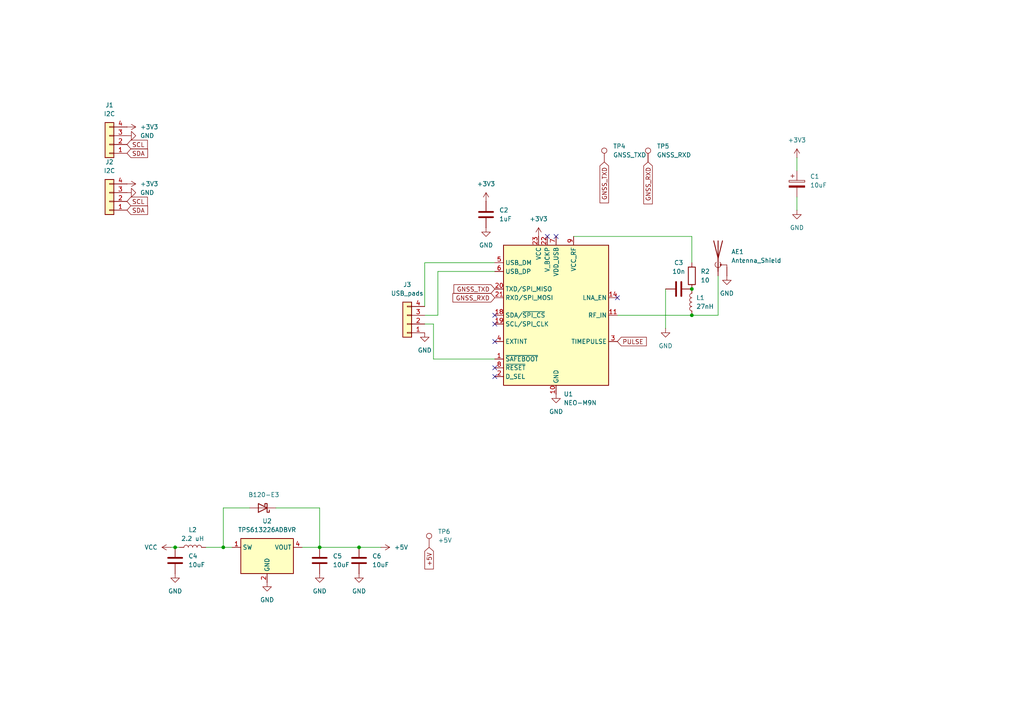
<source format=kicad_sch>
(kicad_sch (version 20231120) (generator "eeschema") (generator_version "8.0")
  (paper "A4")
  (lib_symbols
    (symbol "Connector:TestPoint" (pin_numbers hide) (pin_names (offset 0.762) hide)
      (property "Reference" "TP" (at 0 6.858 0))
      (property "Value" "TestPoint" (at 0 5.08 0))
      (symbol "TestPoint_0_1"
        (circle (center 0 3.302) (radius 0.762))
      )
      (symbol "TestPoint_1_1"
        (pin passive line (at 0 0 90) (length 2.54) (name "1") (number "1"))
      )
    )
    (symbol "Connector_Generic:Conn_01x04" (pin_names (offset 1.016) hide)
      (property "Reference" "J" (at 0 5.08 0))
      (property "Value" "Conn_01x04" (at 0 -7.62 0))
      (symbol "Conn_01x04_1_1"
        (rectangle (start -1.27 -4.953) (end 0 -5.207) (stroke (width 0.1524)))
        (rectangle (start -1.27 -2.413) (end 0 -2.667) (stroke (width 0.1524)))
        (rectangle (start -1.27 0.127) (end 0 -0.127) (stroke (width 0.1524)))
        (rectangle (start -1.27 2.667) (end 0 2.413) (stroke (width 0.1524)))
        (rectangle (start -1.27 3.81) (end 1.27 -6.35) (stroke (width 0.254)) (fill (type background)))
        (pin passive line (at -5.08 2.54 0) (length 3.81) (name "Pin_1") (number "1"))
        (pin passive line (at -5.08 0 0) (length 3.81) (name "Pin_2") (number "2"))
        (pin passive line (at -5.08 -2.54 0) (length 3.81) (name "Pin_3") (number "3"))
        (pin passive line (at -5.08 -5.08 0) (length 3.81) (name "Pin_4") (number "4"))
      )
    )
    (symbol "Device:Antenna_Shield" (pin_numbers hide) (pin_names (offset 1.016) hide)
      (property "Reference" "AE" (at -1.905 4.445 0))
      (property "Value" "Antenna_Shield" (at -1.905 2.54 0))
      (symbol "Antenna_Shield_0_1"
        (arc (start -0.508 -1.143) (mid -0.8429 -2.1194) (end 0 -2.667))
        (arc (start 0 -2.667) (mid 0.7989 -2.1052) (end 0.508 -1.143))
        (polyline (pts (xy 0 -2.54) (xy 0 0)))
        (polyline (pts (xy 0 5.08) (xy 0 -3.81)) (stroke (width 0.254)))
        (polyline (pts (xy 0.762 -1.905) (xy 2.54 -1.905)))
        (polyline (pts (xy 2.54 -2.54) (xy 2.54 -1.905)))
        (polyline (pts (xy 1.27 5.08) (xy 0 0) (xy -1.27 5.08)) (stroke (width 0.254)))
        (circle (center 0.762 -1.905) (radius 0.1778) (fill (type outline)))
      )
      (symbol "Antenna_Shield_1_1"
        (pin input line (at 0 -5.08 90) (length 2.54) (name "A") (number "1"))
        (pin input line (at 2.54 -5.08 90) (length 2.54) (name "Shield") (number "2"))
      )
    )
    (symbol "Device:C" (pin_numbers hide) (pin_names (offset 0.254))
      (property "Reference" "C" (at 0.635 2.54 0))
      (property "Value" "C" (at 0.635 -2.54 0))
      (symbol "C_0_1"
        (polyline (pts (xy -2.032 -0.762) (xy 2.032 -0.762)) (stroke (width 0.508)))
        (polyline (pts (xy -2.032 0.762) (xy 2.032 0.762)) (stroke (width 0.508)))
      )
      (symbol "C_1_1"
        (pin passive line (at 0 3.81 270) (length 2.794) (name "~") (number "1"))
        (pin passive line (at 0 -3.81 90) (length 2.794) (name "~") (number "2"))
      )
    )
    (symbol "Device:C_Polarized" (pin_numbers hide) (pin_names (offset 0.254))
      (property "Reference" "C" (at 0.635 2.54 0))
      (property "Value" "C_Polarized" (at 0.635 -2.54 0))
      (symbol "C_Polarized_0_1"
        (rectangle (start -2.286 0.508) (end 2.286 1.016))
        (polyline (pts (xy -1.778 2.286) (xy -0.762 2.286)))
        (polyline (pts (xy -1.27 2.794) (xy -1.27 1.778)))
        (rectangle (start 2.286 -0.508) (end -2.286 -1.016) (fill (type outline)))
      )
      (symbol "C_Polarized_1_1"
        (pin passive line (at 0 3.81 270) (length 2.794) (name "~") (number "1"))
        (pin passive line (at 0 -3.81 90) (length 2.794) (name "~") (number "2"))
      )
    )
    (symbol "Device:L" (pin_numbers hide) (pin_names (offset 1.016) hide)
      (property "Reference" "L" (at -1.27 0 90))
      (property "Value" "L" (at 1.905 0 90))
      (symbol "L_0_1"
        (arc (start 0 -2.54) (mid 0.6323 -1.905) (end 0 -1.27))
        (arc (start 0 -1.27) (mid 0.6323 -0.635) (end 0 0))
        (arc (start 0 0) (mid 0.6323 0.635) (end 0 1.27))
        (arc (start 0 1.27) (mid 0.6323 1.905) (end 0 2.54))
      )
      (symbol "L_1_1"
        (pin passive line (at 0 3.81 270) (length 1.27) (name "1") (number "1"))
        (pin passive line (at 0 -3.81 90) (length 1.27) (name "2") (number "2"))
      )
    )
    (symbol "Device:R" (pin_numbers hide) (pin_names (offset 0))
      (property "Reference" "R" (at 2.032 0 90))
      (property "Value" "R" (at 0 0 90))
      (symbol "R_0_1"
        (rectangle (start -1.016 -2.54) (end 1.016 2.54) (stroke (width 0.254)))
      )
      (symbol "R_1_1"
        (pin passive line (at 0 3.81 270) (length 1.27) (name "~") (number "1"))
        (pin passive line (at 0 -3.81 90) (length 1.27) (name "~") (number "2"))
      )
    )
    (symbol "Diode:B120-E3" (pin_numbers hide) (pin_names hide)
      (property "Reference" "D" (at 0 2.54 0))
      (property "Value" "B120-E3" (at 0 -2.54 0))
      (symbol "B120-E3_0_1"
        (polyline (pts (xy 1.27 0) (xy -1.27 0)))
        (polyline (pts (xy 1.27 1.27) (xy 1.27 -1.27) (xy -1.27 0) (xy 1.27 1.27)) (stroke (width 0.254)))
        (polyline (pts (xy -1.905 0.635) (xy -1.905 1.27) (xy -1.27 1.27) (xy -1.27 -1.27) (xy -0.635 -1.27) (xy -0.635 -0.635)) (stroke (width 0.254)))
      )
      (symbol "B120-E3_1_1"
        (pin passive line (at -3.81 0 0) (length 2.54) (name "K") (number "1"))
        (pin passive line (at 3.81 0 180) (length 2.54) (name "A") (number "2"))
      )
    )
    (symbol "RF_GPS:NEO-M8N"
      (property "Reference" "U" (at -13.97 21.59 0))
      (property "Value" "NEO-M8N" (at 11.43 21.59 0))
      (symbol "NEO-M8N_0_1"
        (rectangle (start -15.24 20.32) (end 15.24 -20.32) (stroke (width 0.254)) (fill (type background)))
      )
      (symbol "NEO-M8N_1_1"
        (pin input line (at -17.78 -12.7 0) (length 2.54) (name "~{SAFEBOOT}") (number "1"))
        (pin power_in line (at 0 -22.86 90) (length 2.54) (name "GND") (number "10"))
        (pin input line (at 17.78 0 180) (length 2.54) (name "RF_IN") (number "11"))
        (pin passive line (at 0 -22.86 90) (length 2.54) hide (name "GND") (number "12"))
        (pin passive line (at 0 -22.86 90) (length 2.54) hide (name "GND") (number "13"))
        (pin output line (at 17.78 5.08 180) (length 2.54) (name "LNA_EN") (number "14"))
        (pin no_connect line (at 15.24 -10.16 180) (length 2.54) hide (name "RESERVED") (number "15"))
        (pin no_connect line (at 15.24 -12.7 180) (length 2.54) hide (name "RESERVED") (number "16"))
        (pin no_connect line (at 15.24 -15.24 180) (length 2.54) hide (name "RESERVED") (number "17"))
        (pin bidirectional line (at -17.78 0 0) (length 2.54) (name "SDA/~{SPI_CS}") (number "18"))
        (pin input line (at -17.78 -2.54 0) (length 2.54) (name "SCL/SPI_CLK") (number "19"))
        (pin input line (at -17.78 -17.78 0) (length 2.54) (name "D_SEL") (number "2"))
        (pin output line (at -17.78 7.62 0) (length 2.54) (name "TXD/SPI_MISO") (number "20"))
        (pin input line (at -17.78 5.08 0) (length 2.54) (name "RXD/SPI_MOSI") (number "21"))
        (pin power_in line (at -2.54 22.86 270) (length 2.54) (name "V_BCKP") (number "22"))
        (pin power_in line (at -5.08 22.86 270) (length 2.54) (name "VCC") (number "23"))
        (pin passive line (at 0 -22.86 90) (length 2.54) hide (name "GND") (number "24"))
        (pin output line (at 17.78 -7.62 180) (length 2.54) (name "TIMEPULSE") (number "3"))
        (pin input line (at -17.78 -7.62 0) (length 2.54) (name "EXTINT") (number "4"))
        (pin bidirectional line (at -17.78 15.24 0) (length 2.54) (name "USB_DM") (number "5"))
        (pin bidirectional line (at -17.78 12.7 0) (length 2.54) (name "USB_DP") (number "6"))
        (pin power_in line (at 0 22.86 270) (length 2.54) (name "VDD_USB") (number "7"))
        (pin input line (at -17.78 -15.24 0) (length 2.54) (name "~{RESET}") (number "8"))
        (pin power_out line (at 5.08 22.86 270) (length 2.54) (name "VCC_RF") (number "9"))
      )
    )
    (symbol "Regulator_Switching:TPS613226ADBV"
      (property "Reference" "U" (at -7.62 6.35 0))
      (property "Value" "TPS613226ADBV" (at 2.54 6.35 0))
      (symbol "TPS613226ADBV_0_1"
        (rectangle (start -7.62 5.08) (end 7.62 -5.08) (stroke (width 0.254)) (fill (type background)))
      )
      (symbol "TPS613226ADBV_1_1"
        (pin power_in line (at -10.16 2.54 0) (length 2.54) (name "SW") (number "1"))
        (pin power_in line (at 0 -7.62 90) (length 2.54) (name "GND") (number "2"))
        (pin no_connect line (at -7.62 -2.54 0) (length 2.54) hide (name "NC") (number "3"))
        (pin power_out line (at 10.16 2.54 180) (length 2.54) (name "VOUT") (number "4"))
        (pin no_connect line (at 7.62 -2.54 180) (length 2.54) hide (name "NC") (number "5"))
      )
    )
    (symbol "power:+3V3" (power) (pin_numbers hide) (pin_names (offset 0) hide)
      (property "Value" "+3V3" (at 0 3.556 0))
      (symbol "+3V3_0_1"
        (polyline (pts (xy -0.762 1.27) (xy 0 2.54)))
        (polyline (pts (xy 0 0) (xy 0 2.54)))
        (polyline (pts (xy 0 2.54) (xy 0.762 1.27)))
      )
      (symbol "+3V3_1_1"
        (pin power_in line (at 0 0 90) (length 0) (name "~") (number "1"))
      )
    )
    (symbol "power:+5V" (power) (pin_numbers hide) (pin_names (offset 0) hide)
      (property "Value" "+5V" (at 0 3.556 0))
      (symbol "+5V_0_1"
        (polyline (pts (xy -0.762 1.27) (xy 0 2.54)))
        (polyline (pts (xy 0 0) (xy 0 2.54)))
        (polyline (pts (xy 0 2.54) (xy 0.762 1.27)))
      )
      (symbol "+5V_1_1"
        (pin power_in line (at 0 0 90) (length 0) (name "~") (number "1"))
      )
    )
    (symbol "power:GND" (power) (pin_numbers hide) (pin_names (offset 0) hide)
      (property "Value" "GND" (at 0 -3.81 0))
      (symbol "GND_0_1"
        (polyline (pts (xy 0 0) (xy 0 -1.27) (xy 1.27 -1.27) (xy 0 -2.54) (xy -1.27 -1.27) (xy 0 -1.27)))
      )
      (symbol "GND_1_1"
        (pin power_in line (at 0 0 270) (length 0) (name "~") (number "1"))
      )
    )
    (symbol "power:VCC" (power) (pin_numbers hide) (pin_names (offset 0) hide)
      (property "Value" "VCC" (at 0 3.556 0))
      (symbol "VCC_0_1"
        (polyline (pts (xy -0.762 1.27) (xy 0 2.54)))
        (polyline (pts (xy 0 0) (xy 0 2.54)))
        (polyline (pts (xy 0 2.54) (xy 0.762 1.27)))
      )
      (symbol "VCC_1_1"
        (pin power_in line (at 0 0 90) (length 0) (name "~") (number "1"))
      )
    )
  )
  (junction (at 200.66 83.82))
  (junction (at 92.71 158.75))
  (junction (at 104.14 158.75))
  (junction (at 50.8 158.75))
  (junction (at 200.66 91.44))
  (junction (at 64.77 158.75))
  (no_connect (at 143.51 106.68))
  (no_connect (at 143.51 109.22))
  (no_connect (at 158.75 68.58))
  (no_connect (at 161.29 68.58))
  (no_connect (at 143.51 99.06))
  (no_connect (at 143.51 93.98))
  (no_connect (at 143.51 91.44))
  (no_connect (at 179.07 86.36))
  (wire (pts (xy 200.66 68.58) (xy 200.66 76.2)))
  (wire (pts (xy 64.77 158.75) (xy 67.31 158.75)))
  (wire (pts (xy 64.77 147.32) (xy 64.77 158.75)))
  (wire (pts (xy 231.14 57.15) (xy 231.14 60.96)))
  (wire (pts (xy 125.73 104.14) (xy 125.73 93.98)))
  (wire (pts (xy 104.14 158.75) (xy 92.71 158.75)))
  (wire (pts (xy 123.19 93.98) (xy 125.73 93.98)))
  (wire (pts (xy 104.14 158.75) (xy 110.49 158.75)))
  (wire (pts (xy 59.69 158.75) (xy 64.77 158.75)))
  (wire (pts (xy 127 91.44) (xy 123.19 91.44)))
  (wire (pts (xy 127 78.74) (xy 127 91.44)))
  (wire (pts (xy 200.66 91.44) (xy 208.28 91.44)))
  (wire (pts (xy 92.71 158.75) (xy 87.63 158.75)))
  (wire (pts (xy 179.07 91.44) (xy 200.66 91.44)))
  (wire (pts (xy 193.04 95.25) (xy 193.04 83.82)))
  (wire (pts (xy 72.39 147.32) (xy 64.77 147.32)))
  (wire (pts (xy 49.53 158.75) (xy 50.8 158.75)))
  (wire (pts (xy 143.51 104.14) (xy 125.73 104.14)))
  (wire (pts (xy 123.19 76.2) (xy 123.19 88.9)))
  (wire (pts (xy 50.8 158.75) (xy 52.07 158.75)))
  (wire (pts (xy 143.51 78.74) (xy 127 78.74)))
  (wire (pts (xy 92.71 158.75) (xy 92.71 147.32)))
  (wire (pts (xy 166.37 68.58) (xy 200.66 68.58)))
  (wire (pts (xy 80.01 147.32) (xy 92.71 147.32)))
  (wire (pts (xy 231.14 45.72) (xy 231.14 49.53)))
  (wire (pts (xy 123.19 76.2) (xy 143.51 76.2)))
  (wire (pts (xy 208.28 91.44) (xy 208.28 80.01)))
  (global_label "SCL" (shape input) (at 36.83 41.91 0) (property "Intersheetrefs" "${INTERSHEET_REFS}" (effects (hide yes))))
  (global_label "GNSS_RXD" (shape input) (at 143.51 86.36 180) (property "Intersheetrefs" "${INTERSHEET_REFS}" (effects (hide yes))))
  (global_label "SDA" (shape input) (at 36.83 44.45 0) (property "Intersheetrefs" "${INTERSHEET_REFS}" (effects (hide yes))))
  (global_label "GNSS_TXD" (shape input) (at 143.51 83.82 180) (property "Intersheetrefs" "${INTERSHEET_REFS}" (effects (hide yes))))
  (global_label "GNSS_RXD" (shape input) (at 187.96 46.99 270) (property "Intersheetrefs" "${INTERSHEET_REFS}" (effects (hide yes))))
  (global_label "+5V" (shape input) (at 124.46 158.75 270) (property "Intersheetrefs" "${INTERSHEET_REFS}" (effects (hide yes))))
  (global_label "PULSE" (shape input) (at 179.07 99.06 0) (property "Intersheetrefs" "${INTERSHEET_REFS}" (effects (hide yes))))
  (global_label "SCL" (shape input) (at 36.83 58.42 0) (property "Intersheetrefs" "${INTERSHEET_REFS}" (effects (hide yes))))
  (global_label "GNSS_TXD" (shape input) (at 175.26 46.99 270) (property "Intersheetrefs" "${INTERSHEET_REFS}" (effects (hide yes))))
  (global_label "SDA" (shape input) (at 36.83 60.96 0) (property "Intersheetrefs" "${INTERSHEET_REFS}" (effects (hide yes))))
  (symbol (lib_id "Connector:TestPoint") (at 124.46 158.75 0) (unit 1)
    (property "Reference" "TP6" (at 127 154.1779 0) (effects (justify left)))
    (property "Value" "+5V" (at 127 156.7179 0) (effects (justify left)))
    (property "Footprint" "TestPoint:TestPoint_Loop_D1.80mm_Drill1.0mm_Beaded" (effects (hide yes)))
    (property "Description" "test point" (effects (hide yes)))
  )
  (symbol (lib_id "Device:C") (at 104.14 162.56 0) (unit 1)
    (property "Reference" "C6" (at 107.95 161.2899 0) (effects (justify left)))
    (property "Value" "10uF" (at 107.95 163.8299 0) (effects (justify left)))
    (property "Footprint" "Capacitor_SMD:C_0603_1608Metric_Pad1.08x0.95mm_HandSolder" (effects (hide yes)))
    (property "Description" "Unpolarized capacitor" (effects (hide yes)))
  )
  (symbol (lib_id "Connector_Generic:Conn_01x04") (at 118.11 93.98 180) (unit 1)
    (property "Reference" "J3" (at 118.11 82.55 0))
    (property "Value" "USB_pads" (at 118.11 85.09 0))
    (property "Footprint" "Connector_PinHeader_2.54mm:PinHeader_1x04_P2.54mm_Vertical" (effects (hide yes)))
    (property "Description" "Generic connector, single row, 01x04, script generated (kicad-library-utils/schlib/autogen/connector/)" (effects (hide yes)))
  )
  (symbol (lib_id "Device:L") (at 55.88 158.75 90) (unit 1)
    (property "Reference" "L2" (at 55.88 153.67 90))
    (property "Value" "2.2 uH" (at 55.88 156.21 90))
    (property "Footprint" "Inductor_SMD:L_1008_2520Metric_Pad1.43x2.20mm_HandSolder" (effects (hide yes)))
    (property "Description" "Inductor" (effects (hide yes)))
  )
  (symbol (lib_id "power:GND") (at 210.82 80.01 0) (unit 1)
    (property "Reference" "#PWR011" (effects (hide yes)))
    (property "Value" "GND" (at 210.82 85.09 0))
    (property "Description" "Power symbol creates a global label with name \"GND\" , ground" (effects (hide yes)))
  )
  (symbol (lib_id "Device:Antenna_Shield") (at 208.28 74.93 0) (unit 1)
    (property "Reference" "AE1" (at 212.09 73.0249 0) (effects (justify left)))
    (property "Value" "Antenna_Shield" (at 212.09 75.5649 0) (effects (justify left)))
    (property "Footprint" "w_conn_rf:lemo_epb00250ntn" (effects (hide yes)))
    (property "Description" "Antenna with extra pin for shielding" (effects (hide yes)))
  )
  (symbol (lib_id "Device:L") (at 200.66 87.63 180) (unit 1)
    (property "Reference" "L1" (at 201.93 86.3599 0) (effects (justify right)))
    (property "Value" "27nH" (at 201.93 88.8999 0) (effects (justify right)))
    (property "Footprint" "Inductor_SMD:L_0402_1005Metric_Pad0.77x0.64mm_HandSolder" (effects (hide yes)))
    (property "Description" "Inductor" (effects (hide yes)))
  )
  (symbol (lib_id "power:GND") (at 140.97 66.04 0) (unit 1)
    (property "Reference" "#PWR08" (effects (hide yes)))
    (property "Value" "GND" (at 140.97 71.12 0))
    (property "Description" "Power symbol creates a global label with name \"GND\" , ground" (effects (hide yes)))
  )
  (symbol (lib_id "power:+3V3") (at 140.97 58.42 0) (unit 1)
    (property "Reference" "#PWR04" (effects (hide yes)))
    (property "Value" "+3V3" (at 140.97 53.34 0))
    (property "Description" "Power symbol creates a global label with name \"+3V3\"" (effects (hide yes)))
  )
  (symbol (lib_id "Device:R") (at 200.66 80.01 0) (unit 1)
    (property "Reference" "R2" (at 203.2 78.7399 0) (effects (justify left)))
    (property "Value" "10" (at 203.2 81.2799 0) (effects (justify left)))
    (property "Footprint" "Resistor_SMD:R_1206_3216Metric_Pad1.30x1.75mm_HandSolder" (effects (hide yes)))
    (property "Description" "Resistor" (effects (hide yes)))
  )
  (symbol (lib_id "power:+5V") (at 110.49 158.75 270) (unit 1)
    (property "Reference" "#PWR022" (effects (hide yes)))
    (property "Value" "+5V" (at 114.3 158.7499 90) (effects (justify left)))
    (property "Description" "Power symbol creates a global label with name \"+5V\"" (effects (hide yes)))
  )
  (symbol (lib_id "power:+3V3") (at 156.21 68.58 0) (unit 1)
    (property "Reference" "#PWR010" (effects (hide yes)))
    (property "Value" "+3V3" (at 156.21 63.5 0))
    (property "Description" "Power symbol creates a global label with name \"+3V3\"" (effects (hide yes)))
  )
  (symbol (lib_id "power:GND") (at 36.83 55.88 90) (unit 1)
    (property "Reference" "#PWR012" (effects (hide yes)))
    (property "Value" "GND" (at 40.64 55.8799 90) (effects (justify right)))
    (property "Description" "Power symbol creates a global label with name \"GND\" , ground" (effects (hide yes)))
  )
  (symbol (lib_id "power:GND") (at 231.14 60.96 0) (unit 1)
    (property "Reference" "#PWR06" (effects (hide yes)))
    (property "Value" "GND" (at 231.14 66.04 0))
    (property "Description" "Power symbol creates a global label with name \"GND\" , ground" (effects (hide yes)))
  )
  (symbol (lib_id "power:GND") (at 193.04 95.25 0) (unit 1)
    (property "Reference" "#PWR014" (effects (hide yes)))
    (property "Value" "GND" (at 193.04 100.33 0))
    (property "Description" "Power symbol creates a global label with name \"GND\" , ground" (effects (hide yes)))
  )
  (symbol (lib_id "power:GND") (at 36.83 39.37 90) (unit 1)
    (property "Reference" "#PWR07" (effects (hide yes)))
    (property "Value" "GND" (at 40.64 39.3699 90) (effects (justify right)))
    (property "Description" "Power symbol creates a global label with name \"GND\" , ground" (effects (hide yes)))
  )
  (symbol (lib_id "Device:C") (at 92.71 162.56 0) (unit 1)
    (property "Reference" "C5" (at 96.52 161.2899 0) (effects (justify left)))
    (property "Value" "10uF" (at 96.52 163.8299 0) (effects (justify left)))
    (property "Footprint" "Capacitor_SMD:C_0603_1608Metric_Pad1.08x0.95mm_HandSolder" (effects (hide yes)))
    (property "Description" "Unpolarized capacitor" (effects (hide yes)))
  )
  (symbol (lib_id "Device:C") (at 140.97 62.23 0) (unit 1)
    (property "Reference" "C2" (at 144.78 60.9599 0) (effects (justify left)))
    (property "Value" "1uF" (at 144.78 63.4999 0) (effects (justify left)))
    (property "Footprint" "Capacitor_SMD:C_0603_1608Metric_Pad1.08x0.95mm_HandSolder" (effects (hide yes)))
    (property "Description" "Unpolarized capacitor" (effects (hide yes)))
  )
  (symbol (lib_id "power:GND") (at 161.29 114.3 0) (unit 1)
    (property "Reference" "#PWR019" (effects (hide yes)))
    (property "Value" "GND" (at 161.29 119.38 0))
    (property "Description" "Power symbol creates a global label with name \"GND\" , ground" (effects (hide yes)))
  )
  (symbol (lib_id "power:+3V3") (at 36.83 36.83 270) (unit 1)
    (property "Reference" "#PWR09" (effects (hide yes)))
    (property "Value" "+3V3" (at 40.64 36.8299 90) (effects (justify left)))
    (property "Description" "Power symbol creates a global label with name \"+3V3\"" (effects (hide yes)))
  )
  (symbol (lib_id "Connector_Generic:Conn_01x04") (at 31.75 58.42 180) (unit 1)
    (property "Reference" "J2" (at 31.75 46.99 0))
    (property "Value" "I2C" (at 31.75 49.53 0))
    (property "Footprint" "Connector_PinSocket_2.54mm:PinSocket_1x04_P2.54mm_Vertical" (effects (hide yes)))
    (property "Description" "Generic connector, single row, 01x04, script generated (kicad-library-utils/schlib/autogen/connector/)" (effects (hide yes)))
  )
  (symbol (lib_id "Connector_Generic:Conn_01x04") (at 31.75 41.91 180) (unit 1)
    (property "Reference" "J1" (at 31.75 30.48 0))
    (property "Value" "I2C" (at 31.75 33.02 0))
    (property "Footprint" "Connector_PinHeader_2.54mm:PinHeader_1x04_P2.54mm_Vertical" (effects (hide yes)))
    (property "Description" "Generic connector, single row, 01x04, script generated (kicad-library-utils/schlib/autogen/connector/)" (effects (hide yes)))
  )
  (symbol (lib_id "Regulator_Switching:TPS613226ADBV") (at 77.47 161.29 0) (unit 1)
    (property "Reference" "U2" (at 77.47 151.13 0))
    (property "Value" "TPS613226ADBVR" (at 77.47 153.67 0))
    (property "Footprint" "Package_TO_SOT_SMD:SOT-23-5" (effects (hide yes)))
    (property "Datasheet" "http://www.ti.com/lit/ds/symlink/tps61322.pdf" (effects (hide yes)))
    (property "Description" "1.2A Step-Up Converter, 3.6V Output Voltage, 0.9-5.5V Input Voltage, SOT-23-5" (effects (hide yes)))
  )
  (symbol (lib_id "Connector:TestPoint") (at 187.96 46.99 0) (unit 1)
    (property "Reference" "TP5" (at 190.5 42.4179 0) (effects (justify left)))
    (property "Value" "GNSS_RXD" (at 190.5 44.9579 0) (effects (justify left)))
    (property "Footprint" "TestPoint:TestPoint_Loop_D1.80mm_Drill1.0mm_Beaded" (effects (hide yes)))
    (property "Description" "test point" (effects (hide yes)))
  )
  (symbol (lib_id "power:GND") (at 92.71 166.37 0) (unit 1)
    (property "Reference" "#PWR024" (effects (hide yes)))
    (property "Value" "GND" (at 92.71 171.45 0))
    (property "Description" "Power symbol creates a global label with name \"GND\" , ground" (effects (hide yes)))
  )
  (symbol (lib_id "RF_GPS:NEO-M8N") (at 161.29 91.44 0) (unit 1)
    (property "Reference" "U1" (at 163.4841 114.3 0) (effects (justify left)))
    (property "Value" "NEO-M9N" (at 163.4841 116.84 0) (effects (justify left)))
    (property "Footprint" "RF_GPS:ublox_NEO" (effects (hide yes)))
    (property "Datasheet" "https://content.u-blox.com/sites/default/files/NEO-M8-FW3_DataSheet_UBX-15031086.pdf" (effects (hide yes)))
    (property "Description" "GNSS Module NEO M8, VCC 2.7V to 3.6V" (effects (hide yes)))
  )
  (symbol (lib_id "power:+3V3") (at 36.83 53.34 270) (unit 1)
    (property "Reference" "#PWR013" (effects (hide yes)))
    (property "Value" "+3V3" (at 40.64 53.3399 90) (effects (justify left)))
    (property "Description" "Power symbol creates a global label with name \"+3V3\"" (effects (hide yes)))
  )
  (symbol (lib_id "Diode:B120-E3") (at 76.2 147.32 180) (unit 1)
    (property "Reference" "D2" (effects (hide yes)))
    (property "Value" "B120-E3" (at 76.5175 143.51 0))
    (property "Footprint" "Diode_SMD:D_SMA" (effects (hide yes)))
    (property "Datasheet" "http://www.vishay.com/docs/88946/b120.pdf" (effects (hide yes)))
    (property "Description" "20V 1A Schottky Barrier Rectifier Diode, SMA(DO-214AC)" (effects (hide yes)))
  )
  (symbol (lib_id "Device:C_Polarized") (at 231.14 53.34 0) (unit 1)
    (property "Reference" "C1" (at 234.95 51.1809 0) (effects (justify left)))
    (property "Value" "10uF" (at 234.95 53.7209 0) (effects (justify left)))
    (property "Footprint" "Capacitor_Tantalum_SMD:CP_EIA-3528-15_AVX-H_Pad1.50x2.35mm_HandSolder" (effects (hide yes)))
    (property "Description" "Polarized capacitor" (effects (hide yes)))
  )
  (symbol (lib_id "power:VCC") (at 49.53 158.75 90) (unit 1)
    (property "Reference" "#PWR021" (effects (hide yes)))
    (property "Value" "VCC" (at 45.72 158.7499 90) (effects (justify left)))
    (property "Description" "Power symbol creates a global label with name \"VCC\"" (effects (hide yes)))
  )
  (symbol (lib_id "power:GND") (at 77.47 168.91 0) (unit 1)
    (property "Reference" "#PWR026" (effects (hide yes)))
    (property "Value" "GND" (at 77.47 173.99 0))
    (property "Description" "Power symbol creates a global label with name \"GND\" , ground" (effects (hide yes)))
  )
  (symbol (lib_id "Device:C") (at 196.85 83.82 90) (unit 1)
    (property "Reference" "C3" (at 196.85 76.2 90))
    (property "Value" "10n" (at 196.85 78.74 90))
    (property "Footprint" "Capacitor_SMD:C_0805_2012Metric_Pad1.18x1.45mm_HandSolder" (effects (hide yes)))
    (property "Description" "Unpolarized capacitor" (effects (hide yes)))
  )
  (symbol (lib_id "power:GND") (at 123.19 96.52 0) (unit 1)
    (property "Reference" "#PWR015" (effects (hide yes)))
    (property "Value" "GND" (at 123.19 101.6 0))
    (property "Description" "Power symbol creates a global label with name \"GND\" , ground" (effects (hide yes)))
  )
  (symbol (lib_id "power:+3V3") (at 231.14 45.72 0) (unit 1)
    (property "Reference" "#PWR03" (effects (hide yes)))
    (property "Value" "+3V3" (at 231.14 40.64 0))
    (property "Description" "Power symbol creates a global label with name \"+3V3\"" (effects (hide yes)))
  )
  (symbol (lib_id "power:GND") (at 104.14 166.37 0) (unit 1)
    (property "Reference" "#PWR025" (effects (hide yes)))
    (property "Value" "GND" (at 104.14 171.45 0))
    (property "Description" "Power symbol creates a global label with name \"GND\" , ground" (effects (hide yes)))
  )
  (symbol (lib_id "Connector:TestPoint") (at 175.26 46.99 0) (unit 1)
    (property "Reference" "TP4" (at 177.8 42.4179 0) (effects (justify left)))
    (property "Value" "GNSS_TXD" (at 177.8 44.9579 0) (effects (justify left)))
    (property "Footprint" "TestPoint:TestPoint_Loop_D1.80mm_Drill1.0mm_Beaded" (effects (hide yes)))
    (property "Description" "test point" (effects (hide yes)))
  )
  (symbol (lib_id "Device:C") (at 50.8 162.56 0) (unit 1)
    (property "Reference" "C4" (at 54.61 161.2899 0) (effects (justify left)))
    (property "Value" "10uF" (at 54.61 163.8299 0) (effects (justify left)))
    (property "Footprint" "Capacitor_SMD:C_0603_1608Metric_Pad1.08x0.95mm_HandSolder" (effects (hide yes)))
    (property "Description" "Unpolarized capacitor" (effects (hide yes)))
  )
  (symbol (lib_id "power:GND") (at 50.8 166.37 0) (unit 1)
    (property "Reference" "#PWR023" (effects (hide yes)))
    (property "Value" "GND" (at 50.8 171.45 0))
    (property "Description" "Power symbol creates a global label with name \"GND\" , ground" (effects (hide yes)))
  )
  (sheet (at -55.88 15.24) (size 38.1 20.32) (stroke (width 0.1524))
    (property "Sheetname" "ESP" (at -55.88 14.5284 0) (effects (justify left bottom)))
    (property "Sheetfile" "ESP.kicad_sch" (at -55.88 36.1446 0) (effects (justify left top)))
  )
  (sheet (at -55.88 85.09) (size 39.37 20.32) (stroke (width 0.1524))
    (property "Sheetname" "RTC" (at -55.88 84.3784 0) (effects (justify left bottom)))
    (property "Sheetfile" "RTC.kicad_sch" (at -55.88 105.9946 0) (effects (justify left top)))
  )
  (sheet (at -57.15 52.07) (size 38.1 21.59) (stroke (width 0.1524))
    (property "Sheetname" "Display" (at -57.15 51.3584 0) (effects (justify left bottom)))
    (property "Sheetfile" "Display.kicad_sch" (at -57.15 74.2446 0) (effects (justify left top)))
  )
)
</source>
